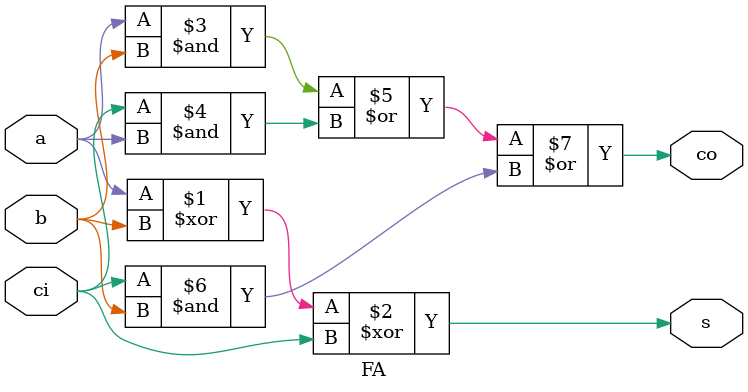
<source format=sv>

module part1(input logic [3:0] a, b, input logic c_in,
		output logic [3:0] s, c_out);
	FA u0(.ci(c_in), .a(a[0]), .b(b[0]), .co(c_out[0]), .s(s[0]));
	FA u1(.ci(c_out[0]), .a(a[1]), .b(b[1]), .co(c_out[1]), .s(s[1]));
	FA u2(.ci(c_out[1]), .a(a[2]), .b(b[2]), .co(c_out[2]), .s(s[2]));
	FA u3(.ci(c_out[2]), .a(a[3]), .b(b[3]), .co(c_out[3]), .s(s[3]));
endmodule


module FA(input logic ci, a, b,
		output logic co, s);
	assign s = a ^ b ^ ci;
	assign co = (a&b)|(ci&a)|(ci&b);
endmodule

</source>
